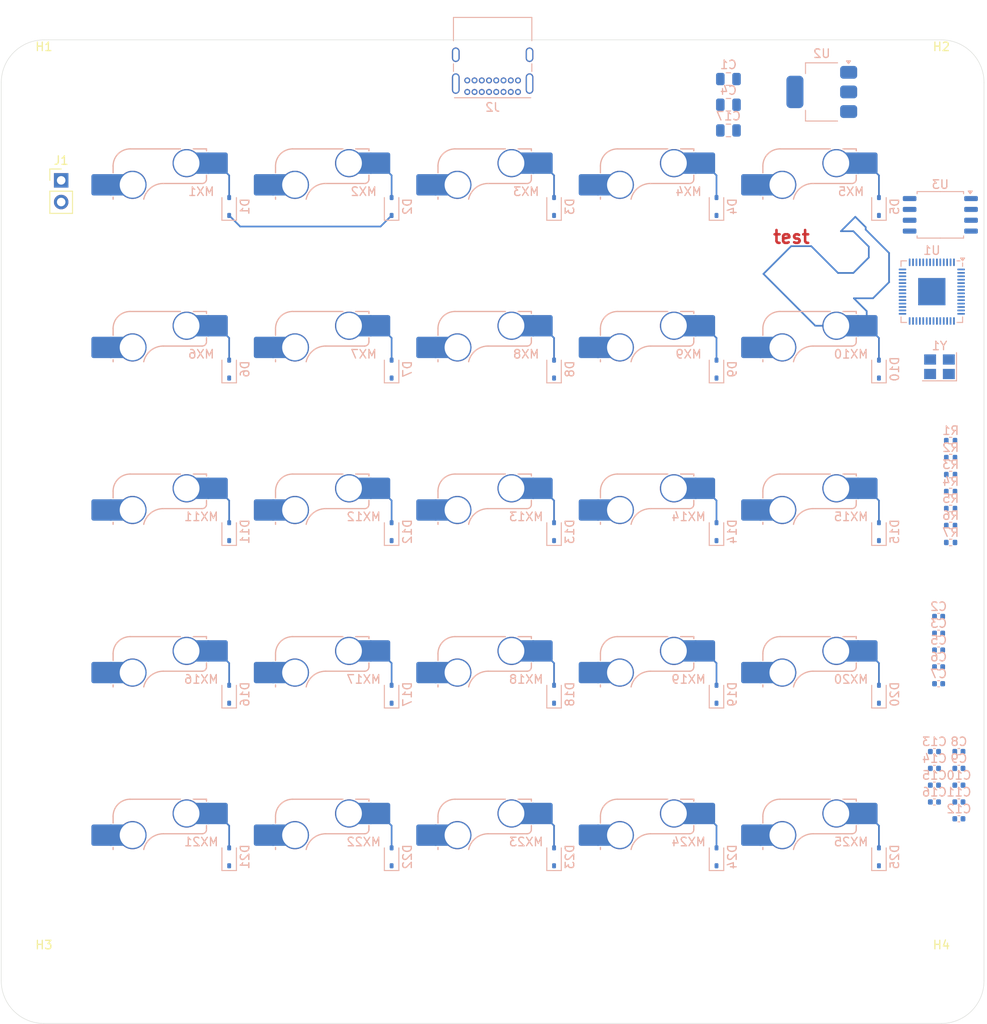
<source format=kicad_pcb>
(kicad_pcb (version 20240108) (generator "pcbnew") (generator_version "8.0")
  (layers (0 "F.Cu" signal) (31 "B.Cu" signal) (34 "B.Paste" user) (35 "F.Paste" user) (36 "B.SilkS" user "B.Silkscreen") (37 "F.SilkS" user "F.Silkscreen") (38 "B.Mask" user) (39 "F.Mask" user) (44 "Edge.Cuts" user))
  (net 0 "")
  (net 1 "GND")
  (net 2 "VBUS")
  (net 3 "/XIN")
  (net 4 "Net-(C3-Pad2)")
  (net 5 "+3V3")
  (net 6 "+1V1")
  (net 7 "/GPIO7")
  (net 8 "Net-(D1-A)")
  (net 9 "Net-(D2-A)")
  (net 10 "Net-(D3-A)")
  (net 11 "Net-(D4-A)")
  (net 12 "Net-(D5-A)")
  (net 13 "/GPIO8")
  (net 14 "Net-(D6-A)")
  (net 15 "Net-(D7-A)")
  (net 16 "Net-(D8-A)")
  (net 17 "Net-(D9-A)")
  (net 18 "Net-(D10-A)")
  (net 19 "/GPIO9")
  (net 20 "Net-(D11-A)")
  (net 21 "Net-(D12-A)")
  (net 22 "Net-(D13-A)")
  (net 23 "Net-(D14-A)")
  (net 24 "Net-(D15-A)")
  (net 25 "/GPIO10")
  (net 26 "Net-(D16-A)")
  (net 27 "Net-(D17-A)")
  (net 28 "Net-(D18-A)")
  (net 29 "Net-(D19-A)")
  (net 30 "Net-(D20-A)")
  (net 31 "Net-(D21-A)")
  (net 32 "/GPIO11")
  (net 33 "Net-(D22-A)")
  (net 34 "Net-(D23-A)")
  (net 35 "Net-(D24-A)")
  (net 36 "Net-(D25-A)")
  (net 37 "/~{USB_BOOT}")
  (net 38 "/USB_DP")
  (net 40 "Net-(J2-CC1)")
  (net 42 "Net-(J2-CC2)")
  (net 43 "/USB_DM")
  (net 44 "/GPIO2")
  (net 45 "/GPIO3")
  (net 46 "/GPIO4")
  (net 47 "/GPIO5")
  (net 48 "/GPIO6")
  (net 49 "/QSPI_SS")
  (net 50 "Net-(U1-USB_DP)")
  (net 51 "Net-(U1-USB_DM)")
  (net 52 "/XOUT")
  (net 62 "/QSPI_SCLK")
  (net 64 "/QSPI_SD2")
  (net 65 "/QSPI_SD0")
  (net 69 "/QSPI_SD1")
  (net 74 "/QSPI_SD3")
  (footprint "MountingHole:MountingHole_3.2mm_M3" (layer "F.Cu") (at 633.52325 270)
    (property "Reference" "H3")
    (property "Value" "MountingHole")
  )
  (footprint "MountingHole:MountingHole_3.2mm_M3" (layer "F.Cu") (at 738.77325 270)
    (property "Reference" "H4")
    (property "Value" "MountingHole")
  )
  (footprint "Connector_PinHeader_2.54mm:PinHeader_1x02_P2.54mm_Vertical" (layer "F.Cu") (at 635.54825 176.21)
    (property "Reference" "J1")
    (property "Value" "Conn_01x02")
  )
  (footprint "MountingHole:MountingHole_3.2mm_M3" (layer "F.Cu") (at 738.77325 164.75)
    (property "Reference" "H2")
    (property "Value" "MountingHole")
  )
  (footprint "MountingHole:MountingHole_3.2mm_M3" (layer "F.Cu") (at 633.52325 164.75)
    (property "Reference" "H1")
    (property "Value" "MountingHole")
  )
  (footprint "Resistor_SMD:R_0402_1005Metric" (layer "B.Cu") (at 739.85825 218.64 180)
    (property "Reference" "R7")
    (property "Value" "5.1k")
  )
  (footprint "PCM_marbastlib-mx:SW_MX_HS_CPG151101S11_1u" (layer "B.Cu") (at 647.724125 179.275 180)
    (property "Reference" "MX1")
    (property "Value" "MX_SW_HS")
  )
  (footprint "Resistor_SMD:R_0402_1005Metric" (layer "B.Cu") (at 739.85825 212.67 180)
    (property "Reference" "R4")
    (property "Value" "27")
  )
  (footprint "Package_SO:SOIC-8_5.23x5.23mm_P1.27mm" (layer "B.Cu") (at 738.64825 180.25 180)
    (property "Reference" "U3")
    (property "Value" "W25Q128JVS")
  )
  (footprint "Diode_SMD:D_SOD-323" (layer "B.Cu") (at 712.399125 236.425 90)
    (property "Reference" "D19")
    (property "Value" "1N5819WS")
  )
  (footprint "PCM_marbastlib-mx:SW_MX_HS_CPG151101S11_1u" (layer "B.Cu") (at 685.824125 255.475 180)
    (property "Reference" "MX23")
    (property "Value" "MX_SW_HS")
  )
  (footprint "Diode_SMD:D_SOD-323" (layer "B.Cu") (at 712.399125 198.325 90)
    (property "Reference" "D9")
    (property "Value" "1N5819WS")
  )
  (footprint "Resistor_SMD:R_0402_1005Metric" (layer "B.Cu") (at 739.85825 214.66 180)
    (property "Reference" "R5")
    (property "Value" "1k")
  )
  (footprint "PCM_marbastlib-mx:SW_MX_HS_CPG151101S11_1u" (layer "B.Cu") (at 666.774125 217.375 180)
    (property "Reference" "MX12")
    (property "Value" "MX_SW_HS")
  )
  (footprint "Resistor_SMD:R_0402_1005Metric" (layer "B.Cu") (at 739.85825 210.68 180)
    (property "Reference" "R3")
    (property "Value" "27")
  )
  (footprint "Capacitor_SMD:C_0402_1005Metric" (layer "B.Cu") (at 740.82825 251.02 180)
    (property "Reference" "C12")
    (property "Value" "100n")
  )
  (footprint "PCM_marbastlib-mx:SW_MX_HS_CPG151101S11_1u" (layer "B.Cu") (at 685.824125 236.425 180)
    (property "Reference" "MX18")
    (property "Value" "MX_SW_HS")
  )
  (footprint "PCM_marbastlib-mx:SW_MX_HS_CPG151101S11_1u" (layer "B.Cu") (at 704.874125 198.325 180)
    (property "Reference" "MX9")
    (property "Value" "MX_SW_HS")
  )
  (footprint "PCM_marbastlib-mx:SW_MX_HS_CPG151101S11_1u" (layer "B.Cu") (at 723.924125 179.275 180)
    (property "Reference" "MX5")
    (property "Value" "MX_SW_HS")
  )
  (footprint "PCM_marbastlib-mx:SW_MX_HS_CPG151101S11_1u" (layer "B.Cu") (at 647.724125 255.475 180)
    (property "Reference" "MX21")
    (property "Value" "MX_SW_HS")
  )
  (footprint "Capacitor_SMD:C_0805_2012Metric" (layer "B.Cu") (at 713.79825 164.34 180)
    (property "Reference" "C1")
    (property "Value" "10u")
  )
  (footprint "PCM_marbastlib-mx:SW_MX_HS_CPG151101S11_1u" (layer "B.Cu") (at 704.874125 236.425 180)
    (property "Reference" "MX19")
    (property "Value" "MX_SW_HS")
  )
  (footprint "PCM_marbastlib-mx:SW_MX_HS_CPG151101S11_1u" (layer "B.Cu") (at 647.724125 236.425 180)
    (property "Reference" "MX16")
    (property "Value" "MX_SW_HS")
  )
  (footprint "Diode_SMD:D_SOD-323" (layer "B.Cu") (at 655.249125 236.425 90)
    (property "Reference" "D16")
    (property "Value" "1N5819WS")
  )
  (footprint "Diode_SMD:D_SOD-323" (layer "B.Cu") (at 712.399125 255.475 90)
    (property "Reference" "D24")
    (property "Value" "1N5819WS")
  )
  (footprint "Diode_SMD:D_SOD-323" (layer "B.Cu") (at 693.349125 179.275 90)
    (property "Reference" "D3")
    (property "Value" "1N5819WS")
  )
  (footprint "Capacitor_SMD:C_0402_1005Metric" (layer "B.Cu") (at 738.44825 227.31 180)
    (property "Reference" "C2")
    (property "Value" "15p")
  )
  (footprint "Capacitor_SMD:C_0805_2012Metric" (layer "B.Cu") (at 713.79825 167.35 180)
    (property "Reference" "C4")
    (property "Value" "10u")
  )
  (footprint "Capacitor_SMD:C_0402_1005Metric" (layer "B.Cu") (at 740.82825 247.08 180)
    (property "Reference" "C10")
    (property "Value" "1u")
  )
  (footprint "PCM_marbastlib-mx:SW_MX_HS_CPG151101S11_1u" (layer "B.Cu") (at 704.874125 217.375 180)
    (property "Reference" "MX14")
    (property "Value" "MX_SW_HS")
  )
  (footprint "Capacitor_SMD:C_0402_1005Metric" (layer "B.Cu") (at 737.95825 247.08 180)
    (property "Reference" "C15")
    (property "Value" "100n")
  )
  (footprint "PCM_marbastlib-mx:SW_MX_HS_CPG151101S11_1u" (layer "B.Cu") (at 647.724125 217.375 180)
    (property "Reference" "MX11")
    (property "Value" "MX_SW_HS")
  )
  (footprint "Capacitor_SMD:C_0402_1005Metric" (layer "B.Cu") (at 737.95825 243.14 180)
    (property "Reference" "C13")
    (property "Value" "100n")
  )
  (footprint "Diode_SMD:D_SOD-323" (layer "B.Cu") (at 731.449125 236.425 90)
    (property "Reference" "D20")
    (property "Value" "1N5819WS")
  )
  (footprint "PCM_marbastlib-mx:SW_MX_HS_CPG151101S11_1u" (layer "B.Cu") (at 723.924125 236.425 180)
    (property "Reference" "MX20")
    (property "Value" "MX_SW_HS")
  )
  (footprint "PCM_marbastlib-mx:SW_MX_HS_CPG151101S11_1u" (layer "B.Cu") (at 704.874125 255.475 180)
    (property "Reference" "MX24")
    (property "Value" "MX_SW_HS")
  )
  (footprint "Resistor_SMD:R_0402_1005Metric" (layer "B.Cu") (at 739.85825 216.65 180)
    (property "Reference" "R6")
    (property "Value" "5.1k")
  )
  (footprint "PCM_marbastlib-mx:SW_MX_HS_CPG151101S11_1u" (layer "B.Cu") (at 685.824125 198.325 180)
    (property "Reference" "MX8")
    (property "Value" "MX_SW_HS")
  )
  (footprint "Capacitor_SMD:C_0402_1005Metric" (layer "B.Cu") (at 737.95825 249.05 180)
    (property "Reference" "C16")
    (property "Value" "100n")
  )
  (footprint "Diode_SMD:D_SOD-323" (layer "B.Cu") (at 674.299125 198.325 90)
    (property "Reference" "D7")
    (property "Value" "1N5819WS")
  )
  (footprint "PCM_marbastlib-mx:SW_MX_HS_CPG151101S11_1u" (layer "B.Cu") (at 685.824125 217.375 180)
    (property "Reference" "MX13")
    (property "Value" "MX_SW_HS")
  )
  (footprint "Diode_SMD:D_SOD-323" (layer "B.Cu") (at 655.249125 179.275 90)
    (property "Reference" "D1")
    (property "Value" "1N5819WS")
  )
  (footprint "Capacitor_SMD:C_0402_1005Metric" (layer "B.Cu") (at 740.82825 245.11 180)
    (property "Reference" "C9")
    (property "Value" "100n")
  )
  (footprint "Diode_SMD:D_SOD-323" (layer "B.Cu") (at 712.399125 217.375 90)
    (property "Reference" "D14")
    (property "Value" "1N5819WS")
  )
  (footprint "Diode_SMD:D_SOD-323" (layer "B.Cu") (at 674.299125 217.375 90)
    (property "Reference" "D12")
    (property "Value" "1N5819WS")
  )
  (footprint "Diode_SMD:D_SOD-323" (layer "B.Cu") (at 674.299125 255.475 90)
    (property "Reference" "D22")
    (property "Value" "1N5819WS")
  )
  (footprint "Capacitor_SMD:C_0402_1005Metric" (layer "B.Cu") (at 740.82825 249.05 180)
    (property "Reference" "C11")
    (property "Value" "100n")
  )
  (footprint "Package_TO_SOT_SMD:SOT-223-3_TabPin2" (layer "B.Cu") (at 724.74825 165.85 180)
    (property "Reference" "U2")
    (property "Value" "NCP1117-3.3_SOT223")
  )
  (footprint "PCM_marbastlib-mx:SW_MX_HS_CPG151101S11_1u" (layer "B.Cu") (at 704.874125 179.275 180)
    (property "Reference" "MX4")
    (property "Value" "MX_SW_HS")
  )
  (footprint "PCM_marbastlib-mx:SW_MX_HS_CPG151101S11_1u" (layer "B.Cu") (at 666.774125 179.275 180)
    (property "Reference" "MX2")
    (property "Value" "MX_SW_HS")
  )
  (footprint "Diode_SMD:D_SOD-323" (layer "B.Cu") (at 693.349125 255.475 90)
    (property "Reference" "D23")
    (property "Value" "1N5819WS")
  )
  (footprint "Capacitor_SMD:C_0402_1005Metric" (layer "B.Cu") (at 738.44825 233.22 180)
    (property "Reference" "C6")
    (property "Value" "100n")
  )
  (footprint "Diode_SMD:D_SOD-323" (layer "B.Cu") (at 731.449125 217.375 90)
    (property "Reference" "D15")
    (property "Value" "1N5819WS")
  )
  (footprint "PCM_marbastlib-mx:SW_MX_HS_CPG151101S11_1u" (layer "B.Cu") (at 666.774125 198.325 180)
    (property "Reference" "MX7")
    (property "Value" "MX_SW_HS")
  )
  (footprint "Capacitor_SMD:C_0402_1005Metric" (layer "B.Cu") (at 738.44825 235.19 180)
    (property "Reference" "C7")
    (property "Value" "100n")
  )
  (footprint "Diode_SMD:D_SOD-323" (layer "B.Cu") (at 693.349125 217.375 90)
    (property "Reference" "D13")
    (property "Value" "1N5819WS")
  )
  (footprint "PCM_marbastlib-mx:SW_MX_HS_CPG151101S11_1u" (layer "B.Cu") (at 647.724125 198.325 180)
    (property "Reference" "MX6")
    (property "Value" "MX_SW_HS")
  )
  (footprint "Diode_SMD:D_SOD-323" (layer "B.Cu") (at 693.349125 236.425 90)
    (property "Reference" "D18")
    (property "Value" "1N5819WS")
  )
  (footprint "Capacitor_SMD:C_0402_1005Metric" (layer "B.Cu") (at 740.82825 243.14 180)
    (property "Reference" "C8")
    (property "Value" "1u")
  )
  (footprint "Diode_SMD:D_SOD-323" (layer "B.Cu") (at 655.249125 217.375 90)
    (property "Reference" "D11")
    (property "Value" "1N5819WS")
  )
  (footprint "Resistor_SMD:R_0402_1005Metric" (layer "B.Cu") (at 739.85825 208.69 180)
    (property "Reference" "R2")
    (property "Value" "DNF")
  )
  (footprint "PCM_marbastlib-mx:SW_MX_HS_CPG151101S11_1u" (layer "B.Cu") (at 685.824125 179.275 180)
    (property "Reference" "MX3")
    (property "Value" "MX_SW_HS")
  )
  (footprint "Capacitor_SMD:C_0402_1005Metric" (layer "B.Cu") (at 738.44825 229.28 180)
    (property "Reference" "C3")
    (property "Value" "15p")
  )
  (footprint "Diode_SMD:D_SOD-323" (layer "B.Cu") (at 731.449125 179.275 90)
    (property "Reference" "D5")
    (property "Value" "1N5819WS")
  )
  (footprint "Diode_SMD:D_SOD-323" (layer "B.Cu") (at 674.299125 236.425 90)
    (property "Reference" "D17")
    (property "Value" "1N5819WS")
  )
  (footprint "PCM_marbastlib-mx:SW_MX_HS_CPG151101S11_1u" (layer "B.Cu") (at 723.924125 217.375 180)
    (property "Reference" "MX15")
    (property "Value" "MX_SW_HS")
  )
  (footprint "Package_DFN_QFN:QFN-56-1EP_7x7mm_P0.4mm_EP3.2x3.2mm" (layer "B.Cu") (at 737.64825 189.25 180)
    (property "Reference" "U1")
    (property "Value" "RP2040")
  )
  (footprint "Connector_USB:USB_C_Receptacle_GCT_USB4085" (layer "B.Cu") (at 683.17325 165.85)
    (property "Reference" "J2")
    (property "Value" "USB_C_Receptacle_USB2.0_16P")
  )
  (footprint "Diode_SMD:D_SOD-323" (layer "B.Cu") (at 655.249125 255.475 90)
    (property "Reference" "D21")
    (property "Value" "1N5819WS")
  )
  (footprint "PCM_marbastlib-mx:SW_MX_HS_CPG151101S11_1u" (layer "B.Cu") (at 666.774125 236.425 180)
    (property "Reference" "MX17")
    (property "Value" "MX_SW_HS")
  )
  (footprint "PCM_marbastlib-mx:SW_MX_HS_CPG151101S11_1u" (layer "B.Cu") (at 723.924125 255.475 180)
    (property "Reference" "MX25")
    (property "Value" "MX_SW_HS")
  )
  (footprint "Diode_SMD:D_SOD-323" (layer "B.Cu") (at 674.299125 179.275 90)
    (property "Reference" "D2")
    (property "Value" "1N5819WS")
  )
  (footprint "Capacitor_SMD:C_0402_1005Metric" (layer "B.Cu") (at 737.95825 245.11 180)
    (property "Reference" "C14")
    (property "Value" "100n")
  )
  (footprint "Resistor_SMD:R_0402_1005Metric" (layer "B.Cu") (at 739.85825 206.7 180)
    (property "Reference" "R1")
    (property "Value" "1k")
  )
  (footprint "Capacitor_SMD:C_0402_1005Metric" (layer "B.Cu") (at 738.44825 231.25 180)
    (property "Reference" "C5")
    (property "Value" "100n")
  )
  (footprint "Diode_SMD:D_SOD-323" (layer "B.Cu") (at 731.449125 255.475 90)
    (property "Reference" "D25")
    (property "Value" "1N5819WS")
  )
  (footprint "PCM_marbastlib-mx:SW_MX_HS_CPG151101S11_1u" (layer "B.Cu") (at 666.774125 255.475 180)
    (property "Reference" "MX22")
    (property "Value" "MX_SW_HS")
  )
  (footprint "Diode_SMD:D_SOD-323" (layer "B.Cu") (at 655.249125 198.325 90)
    (property "Reference" "D6")
    (property "Value" "1N5819WS")
  )
  (footprint "Diode_SMD:D_SOD-323" (layer "B.Cu") (at 693.349125 198.325 90)
    (property "Reference" "D8")
    (property "Value" "1N5819WS")
  )
  (footprint "PCM_marbastlib-mx:SW_MX_HS_CPG151101S11_1u" (layer "B.Cu") (at 723.924125 198.325 180)
    (property "Reference" "MX10")
    (property "Value" "MX_SW_HS")
  )
  (footprint "Diode_SMD:D_SOD-323" (layer "B.Cu") (at 712.399125 179.275 90)
    (property "Reference" "D4")
    (property "Value" "1N5819WS")
  )
  (footprint "Crystal:Crystal_SMD_3225-4Pin_3.2x2.5mm" (layer "B.Cu") (at 738.54825 198.05 180)
    (property "Reference" "Y1")
    (property "Value" "Crystal_GND24")
  )
  (footprint "Diode_SMD:D_SOD-323" (layer "B.Cu") (at 731.449125 198.325 90)
    (property "Reference" "D10")
    (property "Value" "1N5819WS")
  )
  (footprint "Capacitor_SMD:C_0805_2012Metric" (layer "B.Cu") (at 713.79825 170.36 180)
    (property "Reference" "C17")
    (property "Value" "10u")
  )
  (gr_line (start 743.77325 270) (end 743.77325 164.75) (stroke (width 0.05)) (layer "Edge.Cuts"))
  (gr_arc (start 738.77325 159.75) (mid 742.308784 161.214466) (end 743.77325 164.75) (stroke (width 0.05)) (layer "Edge.Cuts"))
  (gr_line (start 738.77325 275) (end 633.52325 275) (stroke (width 0.05)) (layer "Edge.Cuts"))
  (gr_arc (start 633.52325 275) (mid 629.987716 273.535534) (end 628.52325 270) (stroke (width 0.05)) (layer "Edge.Cuts"))
  (gr_arc (start 743.77325 270) (mid 742.308784 273.535534) (end 738.77325 275) (stroke (width 0.05)) (layer "Edge.Cuts"))
  (gr_line (start 633.52325 159.75) (end 738.77325 159.75) (stroke (width 0.05)) (layer "Edge.Cuts"))
  (gr_arc (start 628.52325 164.75) (mid 629.987716 161.214466) (end 633.52325 159.75) (stroke (width 0.05)) (layer "Edge.Cuts"))
  (gr_line (start 628.52325 270) (end 628.52325 164.75) (stroke (width 0.05)) (layer "Edge.Cuts"))
  (gr_text "test" (at 718.87825 183.73 -0) (layer "F.Cu") (effects (font (size 1.5 1.5) (thickness 0.3) (bold yes)) (justify left bottom)))
  (segment (start 655.249125 180.325) (end 656.543025 181.6189) (width 0.2) (layer "B.Cu") (net 7))
  (segment (start 656.543025 181.6189) (end 673.005225 181.6189) (width 0.2) (layer "B.Cu") (net 7))
  (segment (start 673.005225 181.6189) (end 674.299125 180.325) (width 0.2) (layer "B.Cu") (net 7))
  (segment (start 655.249125 175.63) (end 653.814125 174.195) (width 0.2) (layer "B.Cu") (net 8))
  (segment (start 655.249125 178.225) (end 655.249125 175.63) (width 0.2) (layer "B.Cu") (net 8))
  (segment (start 674.299125 178.225) (end 674.299125 175.63) (width 0.2) (layer "B.Cu") (net 9))
  (segment (start 674.299125 175.63) (end 672.864125 174.195) (width 0.2) (layer "B.Cu") (net 9))
  (segment (start 693.349125 178.225) (end 693.349125 175.63) (width 0.2) (layer "B.Cu") (net 10))
  (segment (start 693.349125 175.63) (end 691.914125 174.195) (width 0.2) (layer "B.Cu") (net 10))
  (segment (start 712.399125 175.63) (end 710.964125 174.195) (width 0.2) (layer "B.Cu") (net 11))
  (segment (start 712.399125 178.225) (end 712.399125 175.63) (width 0.2) (layer "B.Cu") (net 11))
  (segment (start 731.449125 178.225) (end 731.449125 175.63) (width 0.2) (layer "B.Cu") (net 12))
  (segment (start 731.449125 175.63) (end 730.014125 174.195) (width 0.2) (layer "B.Cu") (net 12))
  (segment (start 655.249125 197.275) (end 655.249125 194.68) (width 0.2) (layer "B.Cu") (net 14))
  (segment (start 655.249125 194.68) (end 653.814125 193.245) (width 0.2) (layer "B.Cu") (net 14))
  (segment (start 674.299125 197.275) (end 674.299125 194.68) (width 0.2) (layer "B.Cu") (net 15))
  (segment (start 674.299125 194.68) (end 672.864125 193.245) (width 0.2) (layer "B.Cu") (net 15))
  (segment (start 693.349125 194.68) (end 691.914125 193.245) (width 0.2) (layer "B.Cu") (net 16))
  (segment (start 693.349125 197.275) (end 693.349125 194.68) (width 0.2) (layer "B.Cu") (net 16))
  (segment (start 712.399125 194.68) (end 710.964125 193.245) (width 0.2) (layer "B.Cu") (net 17))
  (segment (start 712.399125 197.275) (end 712.399125 194.68) (width 0.2) (layer "B.Cu") (net 17))
  (segment (start 726.64825 187.06) (end 728.44825 187.06) (width 0.2) (layer "B.Cu") (net 18))
  (segment (start 721.15825 183.92) (end 723.50825 183.92) (width 0.2) (layer "B.Cu") (net 18))
  (segment (start 730.25825 183.98) (end 728.44825 182.17) (width 0.2) (layer "B.Cu") (net 18))
  (segment (start 726.98825 182.17) (end 728.67825 180.48) (width 0.2) (layer "B.Cu") (net 18))
  (segment (start 717.90825 187.17) (end 721.15825 183.92) (width 0.2) (layer "B.Cu") (net 18))
  (segment (start 731.449125 194.68) (end 730.014125 193.245) (width 0.2) (layer "B.Cu") (net 18))
  (segment (start 726.464125 193.245) (end 723.98325 193.245) (width 0.2) (layer "B.Cu") (net 18))
  (segment (start 732.63825 184.72) (end 732.63825 188.14) (width 0.2) (layer "B.Cu") (net 18))
  (segment (start 730.25825 185.25) (end 730.25825 183.98) (width 0.2) (layer "B.Cu") (net 18))
  (segment (start 723.98325 193.245) (end 717.90825 187.17) (width 0.2) (layer "B.Cu") (net 18))
  (segment (start 731.449125 197.275) (end 731.449125 194.68) (width 0.2) (layer "B.Cu") (net 18))
  (segment (start 730.014125 191.535875) (end 730.014125 193.245) (width 0.2) (layer "B.Cu") (net 18))
  (segment (start 728.50825 190.03) (end 730.014125 191.535875) (width 0.2) (layer "B.Cu") (net 18))
  (segment (start 732.63825 188.14) (end 730.74825 190.03) (width 0.2) (layer "B.Cu") (net 18))
  (segment (start 729.89825 181.98) (end 732.63825 184.72) (width 0.2) (layer "B.Cu") (net 18))
  (segment (start 728.44825 182.17) (end 726.98825 182.17) (width 0.2) (layer "B.Cu") (net 18))
  (segment (start 723.50825 183.92) (end 726.64825 187.06) (width 0.2) (layer "B.Cu") (net 18))
  (segment (start 729.89825 181.7) (end 729.89825 181.98) (width 0.2) (layer "B.Cu") (net 18))
  (segment (start 728.44825 187.06) (end 730.25825 185.25) (width 0.2) (layer "B.Cu") (net 18))
  (segment (start 728.67825 180.48) (end 729.89825 181.7) (width 0.2) (layer "B.Cu") (net 18))
  (segment (start 730.74825 190.03) (end 728.50825 190.03) (width 0.2) (layer "B.Cu") (net 18))
  (segment (start 655.249125 213.73) (end 653.814125 212.295) (width 0.2) (layer "B.Cu") (net 20))
  (segment (start 655.249125 216.325) (end 655.249125 213.73) (width 0.2) (layer "B.Cu") (net 20))
  (segment (start 674.299125 213.73) (end 672.864125 212.295) (width 0.2) (layer "B.Cu") (net 21))
  (segment (start 674.299125 216.325) (end 674.299125 213.73) (width 0.2) (layer "B.Cu") (net 21))
  (segment (start 693.349125 216.325) (end 693.349125 213.73) (width 0.2) (layer "B.Cu") (net 22))
  (segment (start 693.349125 213.73) (end 691.914125 212.295) (width 0.2) (layer "B.Cu") (net 22))
  (segment (start 712.399125 216.325) (end 712.399125 213.73) (width 0.2) (layer "B.Cu") (net 23))
  (segment (start 712.399125 213.73) (end 710.964125 212.295) (width 0.2) (layer "B.Cu") (net 23))
  (segment (start 731.449125 216.325) (end 731.449125 213.73) (width 0.2) (layer "B.Cu") (net 24))
  (segment (start 731.449125 213.73) (end 730.014125 212.295) (width 0.2) (layer "B.Cu") (net 24))
  (segment (start 655.249125 235.375) (end 655.249125 232.78) (width 0.2) (layer "B.Cu") (net 26))
  (segment (start 655.249125 232.78) (end 653.814125 231.345) (width 0.2) (layer "B.Cu") (net 26))
  (segment (start 674.299125 235.375) (end 674.299125 232.78) (width 0.2) (layer "B.Cu") (net 27))
  (segment (start 674.299125 232.78) (end 672.864125 231.345) (width 0.2) (layer "B.Cu") (net 27))
  (segment (start 693.349125 232.78) (end 691.914125 231.345) (width 0.2) (layer "B.Cu") (net 28))
  (segment (start 693.349125 235.375) (end 693.349125 232.78) (width 0.2) (layer "B.Cu") (net 28))
  (segment (start 712.399125 235.375) (end 712.399125 232.78) (width 0.2) (layer "B.Cu") (net 29))
  (segment (start 712.399125 232.78) (end 710.964125 231.345) (width 0.2) (layer "B.Cu") (net 29))
  (segment (start 731.449125 235.375) (end 731.449125 232.78) (width 0.2) (layer "B.Cu") (net 30))
  (segment (start 731.449125 232.78) (end 730.014125 231.345) (width 0.2) (layer "B.Cu") (net 30))
  (segment (start 655.249125 254.425) (end 655.249125 251.83) (width 0.2) (layer "B.Cu") (net 31))
  (segment (start 655.249125 251.83) (end 653.814125 250.395) (width 0.2) (layer "B.Cu") (net 31))
  (segment (start 674.299125 254.425) (end 674.299125 251.83) (width 0.2) (layer "B.Cu") (net 33))
  (segment (start 674.299125 251.83) (end 672.864125 250.395) (width 0.2) (layer "B.Cu") (net 33))
  (segment (start 693.349125 254.425) (end 693.349125 251.83) (width 0.2) (layer "B.Cu") (net 34))
  (segment (start 693.349125 251.83) (end 691.914125 250.395) (width 0.2) (layer "B.Cu") (net 34))
  (segment (start 712.399125 254.425) (end 712.399125 251.83) (width 0.2) (layer "B.Cu") (net 35))
  (segment (start 712.399125 251.83) (end 710.964125 250.395) (width 0.2) (layer "B.Cu") (net 35))
  (segment (start 731.449125 251.83) (end 730.014125 250.395) (width 0.2) (layer "B.Cu") (net 36))
  (segment (start 731.449125 254.425) (end 731.449125 251.83) (width 0.2) (layer "B.Cu") (net 36))
)
</source>
